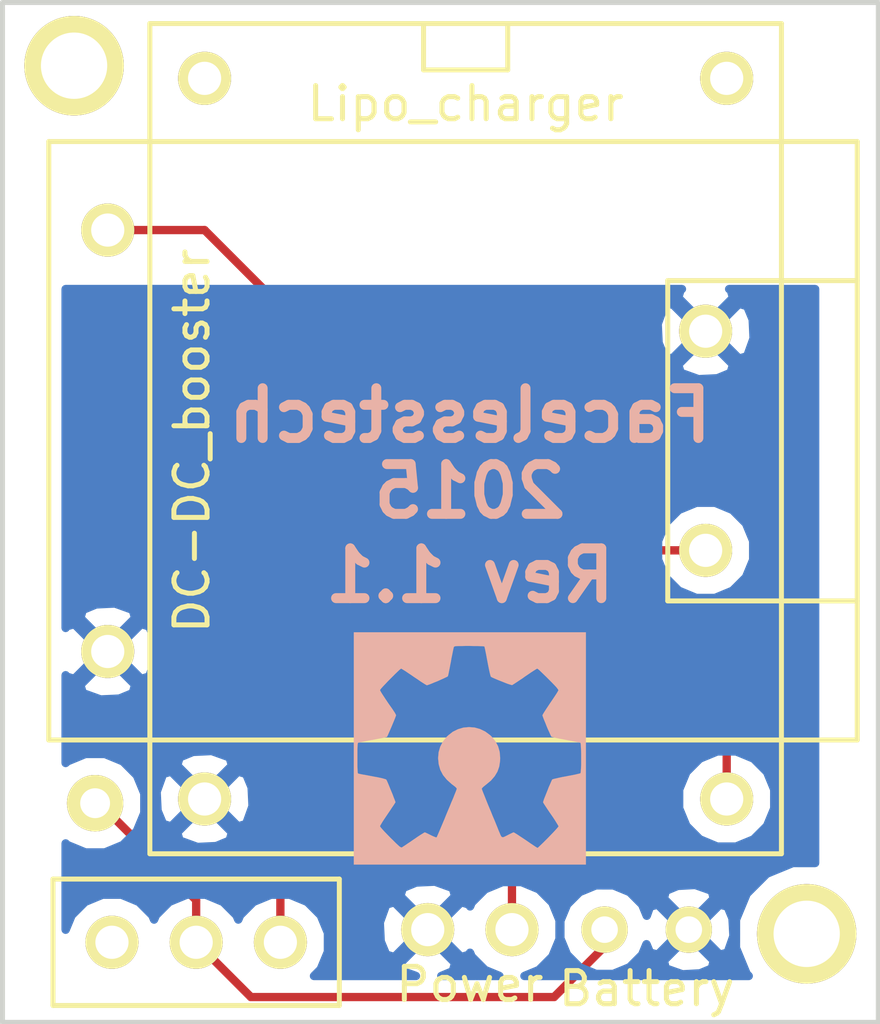
<source format=kicad_pcb>
(kicad_pcb (version 4) (host pcbnew 4.0.0-rc2-stable)

  (general
    (links 9)
    (no_connects 0)
    (area 230.500714 89.5128 261.187001 124.546)
    (thickness 1.6)
    (drawings 7)
    (tracks 20)
    (zones 0)
    (modules 9)
    (nets 8)
  )

  (page A4)
  (layers
    (0 F.Cu signal)
    (31 B.Cu signal)
    (32 B.Adhes user)
    (33 F.Adhes user)
    (34 B.Paste user)
    (35 F.Paste user)
    (36 B.SilkS user)
    (37 F.SilkS user)
    (38 B.Mask user)
    (39 F.Mask user)
    (40 Dwgs.User user)
    (41 Cmts.User user)
    (42 Eco1.User user)
    (43 Eco2.User user)
    (44 Edge.Cuts user)
    (45 Margin user)
    (46 B.CrtYd user)
    (47 F.CrtYd user)
    (48 B.Fab user)
    (49 F.Fab user)
  )

  (setup
    (last_trace_width 0.25)
    (trace_clearance 0.2)
    (zone_clearance 0.508)
    (zone_45_only no)
    (trace_min 0.2)
    (segment_width 0.2)
    (edge_width 0.15)
    (via_size 0.6)
    (via_drill 0.4)
    (via_min_size 0.4)
    (via_min_drill 0.3)
    (uvia_size 0.3)
    (uvia_drill 0.1)
    (uvias_allowed no)
    (uvia_min_size 0.2)
    (uvia_min_drill 0.1)
    (pcb_text_width 0.3)
    (pcb_text_size 1.5 1.5)
    (mod_edge_width 0.15)
    (mod_text_size 1 1)
    (mod_text_width 0.15)
    (pad_size 1.4 1.4)
    (pad_drill 0.8)
    (pad_to_mask_clearance 0.2)
    (aux_axis_origin 0 0)
    (visible_elements FFFFFF7F)
    (pcbplotparams
      (layerselection 0x010f0_80000001)
      (usegerberextensions true)
      (excludeedgelayer true)
      (linewidth 0.100000)
      (plotframeref false)
      (viasonmask false)
      (mode 1)
      (useauxorigin false)
      (hpglpennumber 1)
      (hpglpenspeed 20)
      (hpglpendiameter 15)
      (hpglpenoverlay 2)
      (psnegative false)
      (psa4output false)
      (plotreference true)
      (plotvalue true)
      (plotinvisibletext false)
      (padsonsilk false)
      (subtractmaskfromsilk false)
      (outputformat 1)
      (mirror false)
      (drillshape 0)
      (scaleselection 1)
      (outputdirectory gerbers/))
  )

  (net 0 "")
  (net 1 "Net-(SW1-Pad3)")
  (net 2 "Net-(U1-Pad3)")
  (net 3 "Net-(U1-Pad4)")
  (net 4 "Net-(SW1-Pad2)")
  (net 5 VCC)
  (net 6 GND)
  (net 7 "Net-(U2-Pad4)")

  (net_class Default "This is the default net class."
    (clearance 0.2)
    (trace_width 0.25)
    (via_dia 0.6)
    (via_drill 0.4)
    (uvia_dia 0.3)
    (uvia_drill 0.1)
    (add_net GND)
    (add_net "Net-(SW1-Pad2)")
    (add_net "Net-(SW1-Pad3)")
    (add_net "Net-(U1-Pad3)")
    (add_net "Net-(U1-Pad4)")
    (add_net "Net-(U2-Pad4)")
    (add_net VCC)
  )

  (module battery_monitor:battery_monitor (layer F.Cu) (tedit 56266FF3) (tstamp 561FFF99)
    (at 237.49 116.078)
    (path /56200018)
    (fp_text reference U4 (at 0 -2.286) (layer F.SilkS) hide
      (effects (font (size 1 1) (thickness 0.15)))
    )
    (fp_text value BATTERY_MONITOR (at 0 2.54) (layer F.SilkS) hide
      (effects (font (size 1 1) (thickness 0.15)))
    )
    (pad 1 thru_hole circle (at 0 0) (size 1.7 1.7) (drill 0.9) (layers *.Cu *.Mask F.SilkS)
      (net 4 "Net-(SW1-Pad2)"))
  )

  (module power_connector_custom:Power_connector (layer F.Cu) (tedit 5649D7D0) (tstamp 5620E8E8)
    (at 248.793 119.888)
    (path /561FD6A8)
    (fp_text reference U3 (at 0 2.032) (layer F.SilkS) hide
      (effects (font (size 1 1) (thickness 0.15)))
    )
    (fp_text value Power (at 0 1.651) (layer F.SilkS)
      (effects (font (size 1 1) (thickness 0.15)))
    )
    (pad 1 thru_hole circle (at -1.27 0) (size 1.6 1.6) (drill 1) (layers *.Cu *.Mask F.SilkS)
      (net 6 GND))
    (pad 2 thru_hole circle (at 1.27 0) (size 1.6 1.6) (drill 1) (layers *.Cu *.Mask F.SilkS)
      (net 7 "Net-(U2-Pad4)"))
  )

  (module through_hole_switch_custom:Through_hole_switch_custom (layer F.Cu) (tedit 56266FE0) (tstamp 56254360)
    (at 240.538 120.269 180)
    (path /561FF31F)
    (fp_text reference SW1 (at 0 3.302 180) (layer F.SilkS) hide
      (effects (font (size 1 1) (thickness 0.15)))
    )
    (fp_text value SWITCH_INV (at 0 -3.302 180) (layer F.SilkS) hide
      (effects (font (size 1 1) (thickness 0.15)))
    )
    (fp_line (start -4.318 -1.905) (end 4.318 -1.905) (layer F.SilkS) (width 0.15))
    (fp_line (start 4.318 -1.905) (end 4.318 1.905) (layer F.SilkS) (width 0.15))
    (fp_line (start 4.318 1.905) (end -4.318 1.905) (layer F.SilkS) (width 0.15))
    (fp_line (start -4.318 1.905) (end -4.318 -1.905) (layer F.SilkS) (width 0.15))
    (pad 2 thru_hole circle (at 0 0 180) (size 1.6 1.6) (drill 1) (layers *.Cu *.Mask F.SilkS)
      (net 4 "Net-(SW1-Pad2)"))
    (pad 1 thru_hole circle (at -2.54 0 180) (size 1.6 1.6) (drill 1) (layers *.Cu *.Mask F.SilkS)
      (net 5 VCC))
    (pad 3 thru_hole circle (at 2.54 0 180) (size 1.6 1.6) (drill 1) (layers *.Cu *.Mask F.SilkS)
      (net 1 "Net-(SW1-Pad3)"))
  )

  (module new_battery_custom:new_battery_custom (layer F.Cu) (tedit 5649E1C9) (tstamp 56254B86)
    (at 254.127 119.888)
    (path /56254F7C)
    (fp_text reference U5 (at 0 1.905) (layer F.SilkS) hide
      (effects (font (size 1 1) (thickness 0.15)))
    )
    (fp_text value Battery (at 0 1.778) (layer F.SilkS)
      (effects (font (size 1 1) (thickness 0.15)))
    )
    (pad 2 thru_hole circle (at -1.27 0) (size 1.4 1.4) (drill 0.8) (layers *.Cu *.Mask F.SilkS)
      (net 4 "Net-(SW1-Pad2)"))
    (pad 1 thru_hole circle (at 1.27 0) (size 1.4 1.4) (drill 0.8) (layers *.Cu *.Mask F.SilkS)
      (net 6 GND))
  )

  (module lipo_battery_charger:lipo_battery_charger (layer F.Cu) (tedit 5649D7EA) (tstamp 56254D9A)
    (at 248.666 105.156 180)
    (path /5625462A)
    (autoplace_cost90 5)
    (fp_text reference U1 (at 0 -4.699 180) (layer F.SilkS) hide
      (effects (font (size 1 1) (thickness 0.15)))
    )
    (fp_text value Lipo_charger (at 0 10.16 180) (layer F.SilkS)
      (effects (font (size 1 1) (thickness 0.15)))
    )
    (fp_line (start -1.27 12.573) (end -1.27 11.176) (layer F.SilkS) (width 0.15))
    (fp_line (start -1.27 11.176) (end 1.27 11.176) (layer F.SilkS) (width 0.15))
    (fp_line (start 1.27 11.176) (end 1.27 12.573) (layer F.SilkS) (width 0.15))
    (fp_line (start -9.525 -12.446) (end -9.525 12.573) (layer F.SilkS) (width 0.15))
    (fp_line (start -9.525 12.573) (end 9.525 12.573) (layer F.SilkS) (width 0.15))
    (fp_line (start -9.525 -12.446) (end 9.525 -12.446) (layer F.SilkS) (width 0.15))
    (fp_line (start 9.525 -12.446) (end 9.525 12.573) (layer F.SilkS) (width 0.15))
    (pad 2 thru_hole circle (at -7.874 -10.795 180) (size 1.6 1.6) (drill 1) (layers *.Cu *.Mask F.SilkS)
      (net 5 VCC))
    (pad 1 thru_hole circle (at 7.874 -10.795 180) (size 1.6 1.6) (drill 1) (layers *.Cu *.Mask F.SilkS)
      (net 6 GND))
    (pad 3 thru_hole circle (at -7.874 10.922 180) (size 1.6 1.6) (drill 1) (layers *.Cu *.Mask F.SilkS)
      (net 2 "Net-(U1-Pad3)"))
    (pad 4 thru_hole circle (at 7.874 10.922 180) (size 1.6 1.6) (drill 1) (layers *.Cu *.Mask F.SilkS)
      (net 3 "Net-(U1-Pad4)"))
  )

  (module DC-DC_booster:DC-DC_booster (layer F.Cu) (tedit 56266FC0) (tstamp 56254DA5)
    (at 248.158 105.156 90)
    (path /56254AB9)
    (fp_text reference U2 (at 0 -5.461 90) (layer F.SilkS) hide
      (effects (font (size 1 1) (thickness 0.15)))
    )
    (fp_text value DC-DC_booster (at 0 -7.747 90) (layer F.SilkS)
      (effects (font (size 1 1) (thickness 0.15)))
    )
    (fp_line (start -4.826 12.319) (end -4.826 6.604) (layer F.SilkS) (width 0.15))
    (fp_line (start -4.826 6.604) (end 4.826 6.604) (layer F.SilkS) (width 0.15))
    (fp_line (start 4.826 6.604) (end 4.826 12.319) (layer F.SilkS) (width 0.15))
    (fp_line (start 9.017 12.319) (end -9.017 12.319) (layer F.SilkS) (width 0.15))
    (fp_line (start 9.017 -12.065) (end 9.017 12.319) (layer F.SilkS) (width 0.15))
    (fp_line (start -9.017 -12.065) (end -9.017 12.319) (layer F.SilkS) (width 0.15))
    (fp_line (start 9.017 -12.065) (end -9.017 -12.065) (layer F.SilkS) (width 0.15))
    (pad 1 thru_hole circle (at -6.35 -10.287 90) (size 1.6 1.6) (drill 1) (layers *.Cu *.Mask F.SilkS)
      (net 6 GND))
    (pad 2 thru_hole circle (at 6.35 -10.287 90) (size 1.6 1.6) (drill 1) (layers *.Cu *.Mask F.SilkS)
      (net 5 VCC))
    (pad 3 thru_hole circle (at 3.302 7.747 90) (size 1.6 1.6) (drill 1) (layers *.Cu *.Mask F.SilkS)
      (net 6 GND))
    (pad 4 thru_hole circle (at -3.302 7.747 90) (size 1.6 1.6) (drill 1) (layers *.Cu *.Mask F.SilkS)
      (net 7 "Net-(U2-Pad4)"))
  )

  (module OSH_final_silks_back:OSH_final_silks_back (layer F.Cu) (tedit 0) (tstamp 562672CA)
    (at 248.793 114.427)
    (fp_text reference VAL (at 0 0) (layer F.SilkS) hide
      (effects (font (size 1.143 1.143) (thickness 0.1778)))
    )
    (fp_text value OSH_final_silks_back (at 0 0) (layer F.SilkS) hide
      (effects (font (size 1.143 1.143) (thickness 0.1778)))
    )
    (fp_poly (pts (xy -3.50012 3.50012) (xy -3.3909 3.50012) (xy -3.3909 0.4318) (xy -3.3909 0.29464)
      (xy -3.3909 0.14986) (xy -3.3909 0.0381) (xy -3.38836 -0.04572) (xy -3.38582 -0.10414)
      (xy -3.38074 -0.14224) (xy -3.37566 -0.1651) (xy -3.36804 -0.17272) (xy -3.34264 -0.1778)
      (xy -3.2893 -0.1905) (xy -3.21056 -0.20574) (xy -3.1115 -0.22606) (xy -2.99974 -0.24638)
      (xy -2.92608 -0.25908) (xy -2.80924 -0.28194) (xy -2.70256 -0.30226) (xy -2.61366 -0.32004)
      (xy -2.54762 -0.33528) (xy -2.50952 -0.3429) (xy -2.49936 -0.34798) (xy -2.4892 -0.3683)
      (xy -2.46634 -0.41656) (xy -2.43586 -0.48514) (xy -2.4003 -0.56642) (xy -2.3622 -0.65532)
      (xy -2.3241 -0.74676) (xy -2.28854 -0.83312) (xy -2.25806 -0.90678) (xy -2.23774 -0.96266)
      (xy -2.22504 -0.99568) (xy -2.22504 -0.99822) (xy -2.2352 -1.02362) (xy -2.2606 -1.07188)
      (xy -2.30124 -1.13284) (xy -2.33934 -1.19126) (xy -2.4511 -1.34874) (xy -2.54 -1.48082)
      (xy -2.60858 -1.58496) (xy -2.65938 -1.6637) (xy -2.6924 -1.71958) (xy -2.70764 -1.7526)
      (xy -2.71018 -1.75768) (xy -2.69748 -1.778) (xy -2.66446 -1.81864) (xy -2.61366 -1.87452)
      (xy -2.54762 -1.9431) (xy -2.4765 -2.0193) (xy -2.39776 -2.09804) (xy -2.31902 -2.17678)
      (xy -2.24536 -2.25044) (xy -2.17932 -2.31394) (xy -2.12598 -2.36474) (xy -2.08788 -2.39522)
      (xy -2.07264 -2.40538) (xy -2.05232 -2.39522) (xy -2.0066 -2.36728) (xy -1.94056 -2.32664)
      (xy -1.85928 -2.27076) (xy -1.76276 -2.20726) (xy -1.68656 -2.15392) (xy -1.58242 -2.08534)
      (xy -1.49098 -2.02184) (xy -1.41224 -1.97104) (xy -1.35128 -1.93294) (xy -1.31064 -1.91008)
      (xy -1.29794 -1.90246) (xy -1.27254 -1.91008) (xy -1.2192 -1.92786) (xy -1.14808 -1.9558)
      (xy -1.06426 -1.99136) (xy -0.97282 -2.02692) (xy -0.88392 -2.06756) (xy -0.80264 -2.10312)
      (xy -0.73406 -2.13614) (xy -0.6858 -2.159) (xy -0.66294 -2.17424) (xy -0.66294 -2.17424)
      (xy -0.65532 -2.19964) (xy -0.64262 -2.25298) (xy -0.62738 -2.33172) (xy -0.60706 -2.43078)
      (xy -0.58674 -2.54254) (xy -0.57404 -2.6035) (xy -0.55372 -2.72034) (xy -0.53086 -2.82956)
      (xy -0.51308 -2.921) (xy -0.49784 -2.99212) (xy -0.48768 -3.03784) (xy -0.48514 -3.048)
      (xy -0.47752 -3.0607) (xy -0.4699 -3.06832) (xy -0.45212 -3.07594) (xy -0.42418 -3.08102)
      (xy -0.381 -3.08356) (xy -0.3175 -3.0861) (xy -0.2286 -3.0861) (xy -0.11176 -3.08864)
      (xy -0.02032 -3.08864) (xy 0.10922 -3.0861) (xy 0.22352 -3.0861) (xy 0.3175 -3.08102)
      (xy 0.38862 -3.07848) (xy 0.42926 -3.0734) (xy 0.43942 -3.07086) (xy 0.4445 -3.05054)
      (xy 0.4572 -2.9972) (xy 0.47244 -2.921) (xy 0.49276 -2.82194) (xy 0.51308 -2.71018)
      (xy 0.53086 -2.6162) (xy 0.55372 -2.49682) (xy 0.57658 -2.38506) (xy 0.5969 -2.29108)
      (xy 0.61468 -2.21996) (xy 0.62738 -2.17424) (xy 0.635 -2.16154) (xy 0.6604 -2.14376)
      (xy 0.7112 -2.1209) (xy 0.78232 -2.09042) (xy 0.86614 -2.05486) (xy 0.95758 -2.0193)
      (xy 1.04648 -1.98374) (xy 1.1303 -1.95072) (xy 1.20142 -1.92786) (xy 1.25222 -1.91262)
      (xy 1.27508 -1.90754) (xy 1.2954 -1.92024) (xy 1.34366 -1.95072) (xy 1.4097 -1.9939)
      (xy 1.49352 -2.04978) (xy 1.59004 -2.11328) (xy 1.65608 -2.16154) (xy 1.75768 -2.23012)
      (xy 1.84658 -2.29108) (xy 1.92532 -2.34188) (xy 1.98628 -2.37998) (xy 2.02184 -2.4003)
      (xy 2.032 -2.40538) (xy 2.05232 -2.39268) (xy 2.09296 -2.35966) (xy 2.14884 -2.30632)
      (xy 2.21996 -2.23774) (xy 2.30378 -2.15646) (xy 2.36728 -2.09296) (xy 2.47142 -1.98882)
      (xy 2.5527 -1.905) (xy 2.61112 -1.8415) (xy 2.64668 -1.79578) (xy 2.667 -1.7653)
      (xy 2.66954 -1.74752) (xy 2.65684 -1.72466) (xy 2.6289 -1.6764) (xy 2.58318 -1.60528)
      (xy 2.5273 -1.52146) (xy 2.4638 -1.42748) (xy 2.4257 -1.3716) (xy 2.35966 -1.27254)
      (xy 2.2987 -1.1811) (xy 2.2479 -1.10236) (xy 2.21234 -1.04394) (xy 2.19202 -1.00584)
      (xy 2.18948 -0.99568) (xy 2.1971 -0.97028) (xy 2.21488 -0.91948) (xy 2.24282 -0.84836)
      (xy 2.27838 -0.76454) (xy 2.31394 -0.6731) (xy 2.35204 -0.58166) (xy 2.39014 -0.50038)
      (xy 2.42062 -0.42926) (xy 2.44602 -0.37846) (xy 2.45872 -0.35306) (xy 2.45872 -0.35306)
      (xy 2.48158 -0.34544) (xy 2.53238 -0.33274) (xy 2.60858 -0.31496) (xy 2.7051 -0.29464)
      (xy 2.81686 -0.27432) (xy 2.89052 -0.25908) (xy 3.0099 -0.23622) (xy 3.11658 -0.2159)
      (xy 3.20802 -0.19812) (xy 3.27914 -0.18542) (xy 3.32232 -0.17526) (xy 3.33248 -0.17272)
      (xy 3.3401 -0.1524) (xy 3.34772 -0.1016) (xy 3.35026 -0.02794) (xy 3.35534 0.0635)
      (xy 3.35788 0.17018) (xy 3.35788 0.2794) (xy 3.35788 0.39116) (xy 3.35788 0.49784)
      (xy 3.3528 0.59182) (xy 3.34772 0.67056) (xy 3.34264 0.7239) (xy 3.33502 0.7493)
      (xy 3.33502 0.7493) (xy 3.30962 0.75692) (xy 3.25628 0.76962) (xy 3.18008 0.7874)
      (xy 3.08102 0.80772) (xy 2.96926 0.82804) (xy 2.9083 0.84074) (xy 2.794 0.86106)
      (xy 2.68732 0.88392) (xy 2.59842 0.90424) (xy 2.53238 0.91948) (xy 2.49174 0.93218)
      (xy 2.48412 0.93726) (xy 2.47142 0.96012) (xy 2.44856 1.01092) (xy 2.41808 1.08204)
      (xy 2.37998 1.16586) (xy 2.34442 1.25984) (xy 2.30632 1.35382) (xy 2.27076 1.44272)
      (xy 2.24028 1.51892) (xy 2.21996 1.57988) (xy 2.2098 1.61544) (xy 2.20726 1.62052)
      (xy 2.21742 1.64084) (xy 2.24536 1.68656) (xy 2.28854 1.7526) (xy 2.34188 1.83388)
      (xy 2.40538 1.92786) (xy 2.44094 1.97866) (xy 2.50952 2.07772) (xy 2.56794 2.16662)
      (xy 2.6162 2.24536) (xy 2.65176 2.30378) (xy 2.67208 2.33934) (xy 2.67462 2.3495)
      (xy 2.66192 2.36728) (xy 2.6289 2.40792) (xy 2.5781 2.4638) (xy 2.5146 2.53238)
      (xy 2.44094 2.60858) (xy 2.36474 2.68732) (xy 2.286 2.76606) (xy 2.21234 2.83972)
      (xy 2.1463 2.90322) (xy 2.09296 2.95402) (xy 2.0574 2.98704) (xy 2.03962 2.9972)
      (xy 2.02184 2.98704) (xy 1.97866 2.96164) (xy 1.91516 2.91846) (xy 1.83388 2.86512)
      (xy 1.74244 2.80162) (xy 1.68656 2.76352) (xy 1.5875 2.69748) (xy 1.4986 2.63906)
      (xy 1.4224 2.58826) (xy 1.36398 2.5527) (xy 1.32842 2.53238) (xy 1.3208 2.52984)
      (xy 1.2954 2.53746) (xy 1.24714 2.56032) (xy 1.18364 2.5908) (xy 1.14046 2.61366)
      (xy 1.06426 2.65176) (xy 1.01346 2.67462) (xy 0.97536 2.67462) (xy 0.94742 2.65176)
      (xy 0.92202 2.6035) (xy 0.889 2.52222) (xy 0.88392 2.51206) (xy 0.8636 2.4638)
      (xy 0.83312 2.38506) (xy 0.79248 2.286) (xy 0.74422 2.16662) (xy 0.68834 2.03708)
      (xy 0.63246 1.89738) (xy 0.59436 1.80848) (xy 0.53848 1.67386) (xy 0.48768 1.54686)
      (xy 0.4445 1.43764) (xy 0.4064 1.34366) (xy 0.37846 1.27254) (xy 0.36322 1.22682)
      (xy 0.35814 1.21412) (xy 0.37338 1.19126) (xy 0.40894 1.1557) (xy 0.46228 1.11252)
      (xy 0.48514 1.09474) (xy 0.635 0.97028) (xy 0.7493 0.8382) (xy 0.83312 0.6985)
      (xy 0.88646 0.5461) (xy 0.91186 0.37592) (xy 0.9144 0.28448) (xy 0.89916 0.1016)
      (xy 0.8509 -0.06604) (xy 0.76708 -0.22098) (xy 0.65278 -0.36068) (xy 0.6096 -0.40132)
      (xy 0.46482 -0.508) (xy 0.30734 -0.5842) (xy 0.14224 -0.62992) (xy -0.0254 -0.64262)
      (xy -0.19558 -0.62738) (xy -0.35814 -0.57912) (xy -0.51308 -0.50292) (xy -0.65278 -0.3937)
      (xy -0.70104 -0.34798) (xy -0.81534 -0.2032) (xy -0.89408 -0.0508) (xy -0.94234 0.1143)
      (xy -0.95758 0.29464) (xy -0.95758 0.29718) (xy -0.9398 0.47752) (xy -0.89154 0.6477)
      (xy -0.81026 0.80264) (xy -0.69342 0.94488) (xy -0.5461 1.07696) (xy -0.50546 1.10744)
      (xy -0.45212 1.14808) (xy -0.41402 1.18364) (xy -0.39624 1.20904) (xy -0.3937 1.21158)
      (xy -0.40132 1.23698) (xy -0.4191 1.28778) (xy -0.44704 1.35636) (xy -0.48006 1.43764)
      (xy -0.4826 1.4478) (xy -0.51308 1.52146) (xy -0.55626 1.62052) (xy -0.60452 1.7399)
      (xy -0.6604 1.87198) (xy -0.71882 2.01168) (xy -0.7747 2.15138) (xy -0.77978 2.16154)
      (xy -0.83312 2.28854) (xy -0.88138 2.40284) (xy -0.92456 2.50444) (xy -0.96012 2.58572)
      (xy -0.98552 2.64414) (xy -1.00076 2.67716) (xy -1.0033 2.6797) (xy -1.02616 2.6797)
      (xy -1.07188 2.66192) (xy -1.13792 2.63398) (xy -1.17856 2.61366) (xy -1.24968 2.5781)
      (xy -1.3081 2.55016) (xy -1.34874 2.53238) (xy -1.36144 2.52984) (xy -1.38176 2.54)
      (xy -1.42748 2.56794) (xy -1.49352 2.60858) (xy -1.5748 2.66192) (xy -1.66624 2.72542)
      (xy -1.69418 2.7432) (xy -1.78816 2.80924) (xy -1.87706 2.86766) (xy -1.95072 2.91846)
      (xy -2.0066 2.95402) (xy -2.03962 2.97688) (xy -2.0447 2.97942) (xy -2.05994 2.9845)
      (xy -2.07518 2.98196) (xy -2.0955 2.9718) (xy -2.12598 2.95148) (xy -2.16662 2.91338)
      (xy -2.22504 2.86004) (xy -2.2987 2.78638) (xy -2.39776 2.68986) (xy -2.39776 2.68986)
      (xy -2.4892 2.59588) (xy -2.57048 2.51206) (xy -2.63398 2.44348) (xy -2.68224 2.3876)
      (xy -2.7051 2.35458) (xy -2.71018 2.34696) (xy -2.70002 2.32156) (xy -2.67208 2.2733)
      (xy -2.63144 2.20472) (xy -2.57556 2.1209) (xy -2.51206 2.02692) (xy -2.4765 1.97358)
      (xy -2.41046 1.87706) (xy -2.35204 1.78816) (xy -2.30124 1.7145) (xy -2.26568 1.65862)
      (xy -2.24536 1.6256) (xy -2.24282 1.62052) (xy -2.25044 1.59766) (xy -2.26822 1.54686)
      (xy -2.29616 1.47828) (xy -2.32664 1.39446) (xy -2.36474 1.30302) (xy -2.40284 1.21158)
      (xy -2.4384 1.12268) (xy -2.47142 1.04394) (xy -2.49682 0.98552) (xy -2.5146 0.94996)
      (xy -2.51714 0.94488) (xy -2.53238 0.93218) (xy -2.5654 0.92202) (xy -2.6162 0.90678)
      (xy -2.68986 0.889) (xy -2.78638 0.86868) (xy -2.91338 0.84582) (xy -3.07086 0.81534)
      (xy -3.16738 0.79756) (xy -3.24358 0.78486) (xy -3.30708 0.77216) (xy -3.35026 0.762)
      (xy -3.36042 0.75946) (xy -3.37058 0.75438) (xy -3.3782 0.74422) (xy -3.38328 0.71882)
      (xy -3.38582 0.68072) (xy -3.38836 0.6223) (xy -3.3909 0.54102) (xy -3.3909 0.4318)
      (xy -3.3909 3.50012) (xy 0 3.50012) (xy 3.50012 3.50012) (xy 3.50012 0)
      (xy 3.50012 -3.50012) (xy 0 -3.50012) (xy -3.50012 -3.50012) (xy -3.50012 0)
      (xy -3.50012 3.50012) (xy -3.50012 3.50012)) (layer B.SilkS) (width 0.00254))
  )

  (module 1pin_custom:1pin (layer F.Cu) (tedit 562E9A19) (tstamp 5648E907)
    (at 258.953 120.015)
    (descr "module 1 pin (ou trou mecanique de percage)")
    (tags DEV)
    (fp_text reference 1PIN (at 0 -3.048) (layer F.SilkS) hide
      (effects (font (size 1.016 1.016) (thickness 0.254)))
    )
    (fp_text value P*** (at 0 2.794) (layer F.SilkS) hide
      (effects (font (size 1.016 1.016) (thickness 0.254)))
    )
    (pad 1 thru_hole circle (at 0 0) (size 2.99974 2.99974) (drill 1.99898) (layers *.Cu *.Mask F.SilkS))
  )

  (module 1pin_custom:1pin (layer F.Cu) (tedit 562E9A19) (tstamp 5648E93A)
    (at 236.855 93.853)
    (descr "module 1 pin (ou trou mecanique de percage)")
    (tags DEV)
    (fp_text reference 1PIN (at 0 -3.048) (layer F.SilkS) hide
      (effects (font (size 1.016 1.016) (thickness 0.254)))
    )
    (fp_text value P*** (at 0 2.794) (layer F.SilkS) hide
      (effects (font (size 1.016 1.016) (thickness 0.254)))
    )
    (pad 1 thru_hole circle (at 0 0) (size 2.99974 2.99974) (drill 1.99898) (layers *.Cu *.Mask F.SilkS))
  )

  (gr_line (start 261.112 122.682) (end 234.696 122.682) (angle 90) (layer Edge.Cuts) (width 0.15))
  (gr_line (start 261.112 91.948) (end 261.112 122.682) (angle 90) (layer Edge.Cuts) (width 0.15))
  (gr_line (start 234.696 91.948) (end 234.696 122.682) (angle 90) (layer Edge.Cuts) (width 0.15))
  (gr_line (start 234.696 91.948) (end 261.112 91.948) (angle 90) (layer Edge.Cuts) (width 0.15))
  (gr_text "Rev 1.1" (at 248.793 109.22) (layer B.SilkS)
    (effects (font (size 1.5 1.5) (thickness 0.3)) (justify mirror))
  )
  (gr_text 2015 (at 248.793 106.68) (layer B.SilkS)
    (effects (font (size 1.5 1.5) (thickness 0.3)) (justify mirror))
  )
  (gr_text Facelesstech (at 248.793 104.394) (layer B.SilkS)
    (effects (font (size 1.5 1.5) (thickness 0.3)) (justify mirror))
  )

  (segment (start 252.857 119.888) (end 252.857 120.396) (width 0.25) (layer F.Cu) (net 4))
  (segment (start 252.857 120.396) (end 251.333 121.92) (width 0.25) (layer F.Cu) (net 4) (tstamp 5649E026))
  (segment (start 251.333 121.92) (end 242.189 121.92) (width 0.25) (layer F.Cu) (net 4) (tstamp 5649E027))
  (segment (start 242.189 121.92) (end 240.538 120.269) (width 0.25) (layer F.Cu) (net 4) (tstamp 5649E02B))
  (segment (start 237.49 116.078) (end 237.617 116.078) (width 0.25) (layer F.Cu) (net 4))
  (segment (start 237.617 116.078) (end 240.538 118.999) (width 0.25) (layer F.Cu) (net 4) (tstamp 5648EA15))
  (segment (start 240.538 118.999) (end 240.538 120.269) (width 0.25) (layer F.Cu) (net 4) (tstamp 5648EA16))
  (segment (start 237.871 98.806) (end 240.792 98.806) (width 0.25) (layer F.Cu) (net 5))
  (segment (start 243.078 101.092) (end 243.078 109.093) (width 0.25) (layer F.Cu) (net 5) (tstamp 5648EA1C))
  (segment (start 240.792 98.806) (end 243.078 101.092) (width 0.25) (layer F.Cu) (net 5) (tstamp 5648EA1A))
  (segment (start 256.54 115.951) (end 256.54 112.268) (width 0.25) (layer F.Cu) (net 5))
  (segment (start 243.078 109.093) (end 243.078 120.269) (width 0.25) (layer F.Cu) (net 5) (tstamp 5648EA0A))
  (segment (start 245.491 106.68) (end 243.078 109.093) (width 0.25) (layer F.Cu) (net 5) (tstamp 5648EA08))
  (segment (start 257.048 106.68) (end 245.491 106.68) (width 0.25) (layer F.Cu) (net 5) (tstamp 5648EA06))
  (segment (start 258.064 107.696) (end 257.048 106.68) (width 0.25) (layer F.Cu) (net 5) (tstamp 5648EA04))
  (segment (start 258.064 110.744) (end 258.064 107.696) (width 0.25) (layer F.Cu) (net 5) (tstamp 5648EA02))
  (segment (start 256.54 112.268) (end 258.064 110.744) (width 0.25) (layer F.Cu) (net 5) (tstamp 5648EA00))
  (segment (start 255.905 108.458) (end 253.619 108.458) (width 0.25) (layer F.Cu) (net 7))
  (segment (start 250.063 112.014) (end 250.063 119.888) (width 0.25) (layer F.Cu) (net 7) (tstamp 5648E9ED))
  (segment (start 253.619 108.458) (end 250.063 112.014) (width 0.25) (layer F.Cu) (net 7) (tstamp 5648E9EB))

  (zone (net 6) (net_name GND) (layer B.Cu) (tstamp 5649D816) (hatch edge 0.508)
    (connect_pads (clearance 0.508))
    (min_thickness 0.254)
    (fill yes (arc_segments 16) (thermal_gap 0.508) (thermal_bridge_width 0.508))
    (polygon
      (pts
        (xy 259.334 121.412) (xy 236.474 121.412) (xy 236.474 100.457) (xy 259.334 100.457) (xy 259.334 121.412)
      )
    )
    (filled_polygon
      (pts
        (xy 255.150995 100.600136) (xy 255.076861 100.846255) (xy 255.905 101.674395) (xy 256.733139 100.846255) (xy 256.659005 100.600136)
        (xy 256.614113 100.584) (xy 259.207 100.584) (xy 259.207 117.88035) (xy 258.530211 117.87976) (xy 257.745273 118.20409)
        (xy 257.1442 118.804114) (xy 256.818501 119.588485) (xy 256.81776 120.437789) (xy 257.14209 121.222727) (xy 257.204254 121.285)
        (xy 250.439754 121.285) (xy 250.8748 121.105243) (xy 251.278824 120.701923) (xy 251.49775 120.174691) (xy 251.497769 120.152383)
        (xy 251.521769 120.152383) (xy 251.724582 120.643229) (xy 252.099796 121.019098) (xy 252.590287 121.222768) (xy 253.121383 121.223231)
        (xy 253.612229 121.020418) (xy 253.809716 120.823275) (xy 254.641331 120.823275) (xy 254.703169 121.059042) (xy 255.204122 121.235419)
        (xy 255.73444 121.206664) (xy 256.090831 121.059042) (xy 256.152669 120.823275) (xy 255.397 120.067605) (xy 254.641331 120.823275)
        (xy 253.809716 120.823275) (xy 253.988098 120.645204) (xy 254.120316 120.326788) (xy 254.225958 120.581831) (xy 254.461725 120.643669)
        (xy 255.217395 119.888) (xy 255.576605 119.888) (xy 256.332275 120.643669) (xy 256.568042 120.581831) (xy 256.744419 120.080878)
        (xy 256.715664 119.55056) (xy 256.568042 119.194169) (xy 256.332275 119.132331) (xy 255.576605 119.888) (xy 255.217395 119.888)
        (xy 254.461725 119.132331) (xy 254.225958 119.194169) (xy 254.128804 119.470111) (xy 253.989418 119.132771) (xy 253.809686 118.952725)
        (xy 254.641331 118.952725) (xy 255.397 119.708395) (xy 256.152669 118.952725) (xy 256.090831 118.716958) (xy 255.589878 118.540581)
        (xy 255.05956 118.569336) (xy 254.703169 118.716958) (xy 254.641331 118.952725) (xy 253.809686 118.952725) (xy 253.614204 118.756902)
        (xy 253.123713 118.553232) (xy 252.592617 118.552769) (xy 252.101771 118.755582) (xy 251.725902 119.130796) (xy 251.522232 119.621287)
        (xy 251.521769 120.152383) (xy 251.497769 120.152383) (xy 251.498248 119.603813) (xy 251.280243 119.0762) (xy 250.876923 118.672176)
        (xy 250.349691 118.45325) (xy 249.778813 118.452752) (xy 249.2512 118.670757) (xy 248.847176 119.074077) (xy 248.799552 119.188768)
        (xy 248.776864 119.133995) (xy 248.530745 119.059861) (xy 247.702605 119.888) (xy 248.530745 120.716139) (xy 248.776864 120.642005)
        (xy 248.797805 120.583746) (xy 248.845757 120.6998) (xy 249.249077 121.103824) (xy 249.685397 121.285) (xy 247.931445 121.285)
        (xy 248.277005 121.141864) (xy 248.351139 120.895745) (xy 247.523 120.067605) (xy 246.694861 120.895745) (xy 246.768995 121.141864)
        (xy 247.167215 121.285) (xy 244.091394 121.285) (xy 244.293824 121.082923) (xy 244.51275 120.555691) (xy 244.513248 119.984813)
        (xy 244.383676 119.671223) (xy 246.076035 119.671223) (xy 246.103222 120.241454) (xy 246.269136 120.642005) (xy 246.515255 120.716139)
        (xy 247.343395 119.888) (xy 246.515255 119.059861) (xy 246.269136 119.133995) (xy 246.076035 119.671223) (xy 244.383676 119.671223)
        (xy 244.295243 119.4572) (xy 243.891923 119.053176) (xy 243.475484 118.880255) (xy 246.694861 118.880255) (xy 247.523 119.708395)
        (xy 248.351139 118.880255) (xy 248.277005 118.634136) (xy 247.739777 118.441035) (xy 247.169546 118.468222) (xy 246.768995 118.634136)
        (xy 246.694861 118.880255) (xy 243.475484 118.880255) (xy 243.364691 118.83425) (xy 242.793813 118.833752) (xy 242.2662 119.051757)
        (xy 241.862176 119.455077) (xy 241.808138 119.585215) (xy 241.755243 119.4572) (xy 241.351923 119.053176) (xy 240.824691 118.83425)
        (xy 240.253813 118.833752) (xy 239.7262 119.051757) (xy 239.322176 119.455077) (xy 239.268138 119.585215) (xy 239.215243 119.4572)
        (xy 238.811923 119.053176) (xy 238.284691 118.83425) (xy 237.713813 118.833752) (xy 237.1862 119.051757) (xy 236.782176 119.455077)
        (xy 236.601 119.891397) (xy 236.601 117.289389) (xy 236.647717 117.336188) (xy 237.193319 117.562742) (xy 237.784089 117.563257)
        (xy 238.330086 117.337656) (xy 238.709658 116.958745) (xy 239.963861 116.958745) (xy 240.037995 117.204864) (xy 240.575223 117.397965)
        (xy 241.145454 117.370778) (xy 241.546005 117.204864) (xy 241.620139 116.958745) (xy 240.792 116.130605) (xy 239.963861 116.958745)
        (xy 238.709658 116.958745) (xy 238.748188 116.920283) (xy 238.974742 116.374681) (xy 238.975257 115.783911) (xy 238.954727 115.734223)
        (xy 239.345035 115.734223) (xy 239.372222 116.304454) (xy 239.538136 116.705005) (xy 239.784255 116.779139) (xy 240.612395 115.951)
        (xy 240.971605 115.951) (xy 241.799745 116.779139) (xy 242.045864 116.705005) (xy 242.214735 116.235187) (xy 255.104752 116.235187)
        (xy 255.322757 116.7628) (xy 255.726077 117.166824) (xy 256.253309 117.38575) (xy 256.824187 117.386248) (xy 257.3518 117.168243)
        (xy 257.755824 116.764923) (xy 257.97475 116.237691) (xy 257.975248 115.666813) (xy 257.757243 115.1392) (xy 257.353923 114.735176)
        (xy 256.826691 114.51625) (xy 256.255813 114.515752) (xy 255.7282 114.733757) (xy 255.324176 115.137077) (xy 255.10525 115.664309)
        (xy 255.104752 116.235187) (xy 242.214735 116.235187) (xy 242.238965 116.167777) (xy 242.211778 115.597546) (xy 242.045864 115.196995)
        (xy 241.799745 115.122861) (xy 240.971605 115.951) (xy 240.612395 115.951) (xy 239.784255 115.122861) (xy 239.538136 115.196995)
        (xy 239.345035 115.734223) (xy 238.954727 115.734223) (xy 238.749656 115.237914) (xy 238.455511 114.943255) (xy 239.963861 114.943255)
        (xy 240.792 115.771395) (xy 241.620139 114.943255) (xy 241.546005 114.697136) (xy 241.008777 114.504035) (xy 240.438546 114.531222)
        (xy 240.037995 114.697136) (xy 239.963861 114.943255) (xy 238.455511 114.943255) (xy 238.332283 114.819812) (xy 237.786681 114.593258)
        (xy 237.195911 114.592743) (xy 236.649914 114.818344) (xy 236.601 114.867173) (xy 236.601 112.513745) (xy 237.042861 112.513745)
        (xy 237.116995 112.759864) (xy 237.654223 112.952965) (xy 238.224454 112.925778) (xy 238.625005 112.759864) (xy 238.699139 112.513745)
        (xy 237.871 111.685605) (xy 237.042861 112.513745) (xy 236.601 112.513745) (xy 236.601 112.221049) (xy 236.617136 112.260005)
        (xy 236.863255 112.334139) (xy 237.691395 111.506) (xy 238.050605 111.506) (xy 238.878745 112.334139) (xy 239.124864 112.260005)
        (xy 239.317965 111.722777) (xy 239.290778 111.152546) (xy 239.124864 110.751995) (xy 238.878745 110.677861) (xy 238.050605 111.506)
        (xy 237.691395 111.506) (xy 236.863255 110.677861) (xy 236.617136 110.751995) (xy 236.601 110.796887) (xy 236.601 110.498255)
        (xy 237.042861 110.498255) (xy 237.871 111.326395) (xy 238.699139 110.498255) (xy 238.625005 110.252136) (xy 238.087777 110.059035)
        (xy 237.517546 110.086222) (xy 237.116995 110.252136) (xy 237.042861 110.498255) (xy 236.601 110.498255) (xy 236.601 108.742187)
        (xy 254.469752 108.742187) (xy 254.687757 109.2698) (xy 255.091077 109.673824) (xy 255.618309 109.89275) (xy 256.189187 109.893248)
        (xy 256.7168 109.675243) (xy 257.120824 109.271923) (xy 257.33975 108.744691) (xy 257.340248 108.173813) (xy 257.122243 107.6462)
        (xy 256.718923 107.242176) (xy 256.191691 107.02325) (xy 255.620813 107.022752) (xy 255.0932 107.240757) (xy 254.689176 107.644077)
        (xy 254.47025 108.171309) (xy 254.469752 108.742187) (xy 236.601 108.742187) (xy 236.601 102.861745) (xy 255.076861 102.861745)
        (xy 255.150995 103.107864) (xy 255.688223 103.300965) (xy 256.258454 103.273778) (xy 256.659005 103.107864) (xy 256.733139 102.861745)
        (xy 255.905 102.033605) (xy 255.076861 102.861745) (xy 236.601 102.861745) (xy 236.601 101.637223) (xy 254.458035 101.637223)
        (xy 254.485222 102.207454) (xy 254.651136 102.608005) (xy 254.897255 102.682139) (xy 255.725395 101.854) (xy 256.084605 101.854)
        (xy 256.912745 102.682139) (xy 257.158864 102.608005) (xy 257.351965 102.070777) (xy 257.324778 101.500546) (xy 257.158864 101.099995)
        (xy 256.912745 101.025861) (xy 256.084605 101.854) (xy 255.725395 101.854) (xy 254.897255 101.025861) (xy 254.651136 101.099995)
        (xy 254.458035 101.637223) (xy 236.601 101.637223) (xy 236.601 100.584) (xy 255.189951 100.584)
      )
    )
  )
)

</source>
